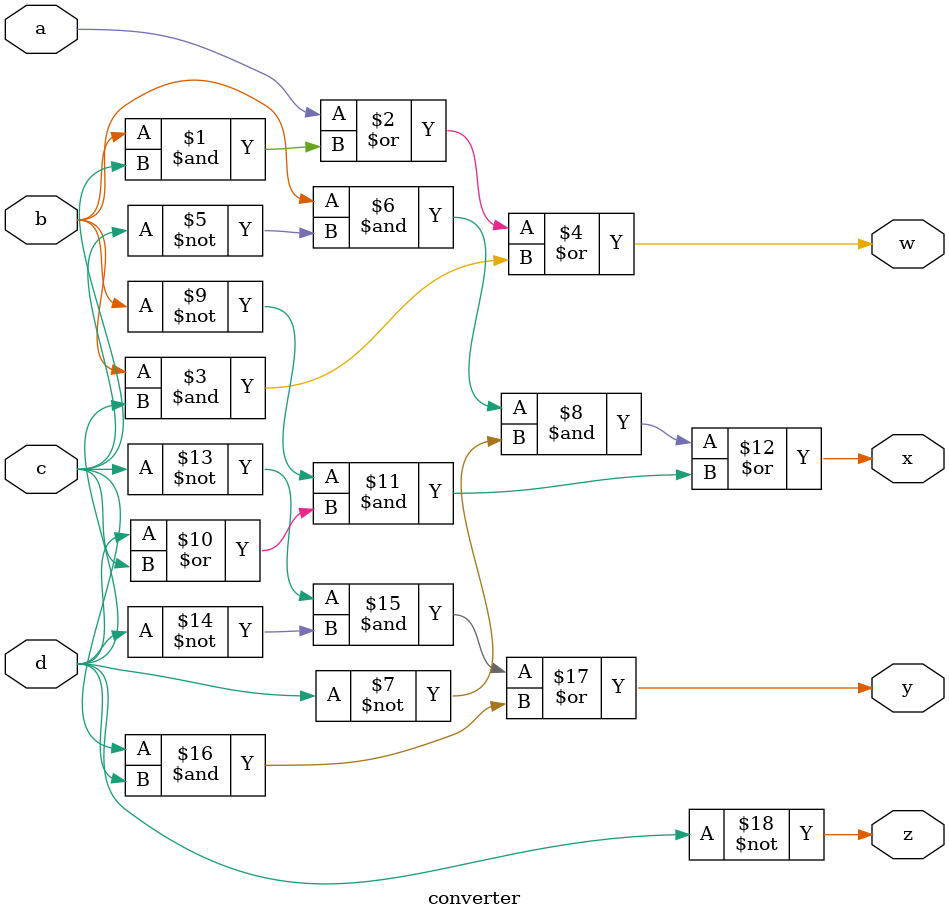
<source format=v>
module converter(a,b,c,d,w,x,y,z);
input a,b,c,d;
output w,x,y,z;

assign w = a | (b&c) | (b&d);
assign x = ( b&(~c)&(~d) ) | ( (~b)&(d|c) );
assign y = ( (~c)&(~d) ) | (c&d);
assign z = (~d);
endmodule
</source>
